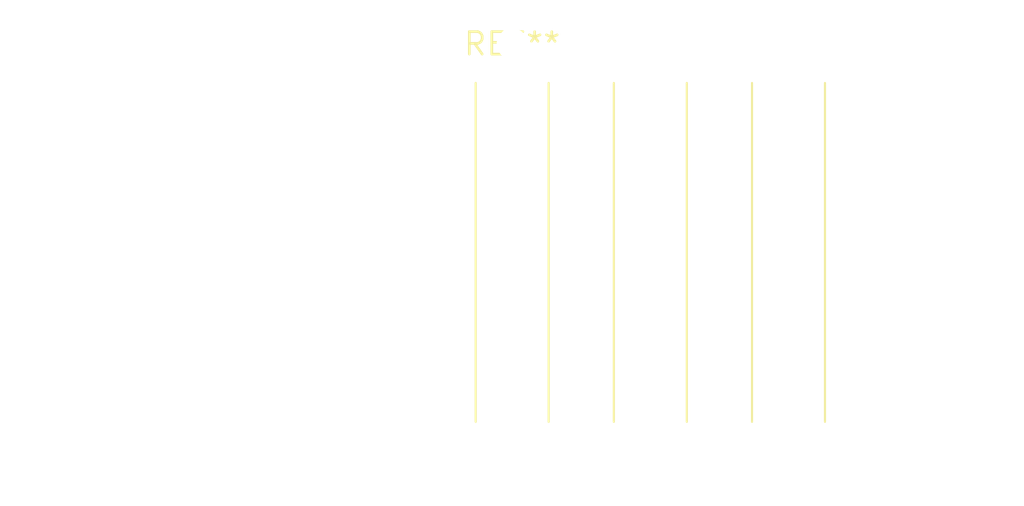
<source format=kicad_pcb>
(kicad_pcb (version 20240108) (generator pcbnew)
  (layers (0 "F.Cu" signal) (31 "B.Cu" signal) (34 "B.Paste" user) (35 "F.Paste" user) (36 "B.SilkS" user "B.Silkscreen") (37 "F.SilkS" user "F.Silkscreen") (38 "B.Mask" user) (39 "F.Mask" user) (44 "Edge.Cuts" user))
  (net 0 "")
  (footprint "SolderWire-1sqmm_1x03_P7.8mm_D1.4mm_OD3.9mm_Relief" (layer "F.Cu") (at 0 0)
    (property "Reference" "REF**")
    (property "Value" "SolderWire-1sqmm_1x03_P7.8mm_D1.4mm_OD3.9mm_Relief")
    (fp_line (start -2.06 2.21) (end -2.06 21.34) (layer "F.SilkS") (stroke (width 0.12)))
    (fp_line (start 2.06 2.21) (end 2.06 21.34) (layer "F.SilkS") (stroke (width 0.12)))
    (fp_line (start 5.74 2.21) (end 5.74 21.34) (layer "F.SilkS") (stroke (width 0.12)))
    (fp_line (start 9.86 2.21) (end 9.86 21.34) (layer "F.SilkS") (stroke (width 0.12)))
    (fp_line (start 13.54 2.21) (end 13.54 21.34) (layer "F.SilkS") (stroke (width 0.12)))
    (fp_line (start 17.66 2.21) (end 17.66 21.34) (layer "F.SilkS") (stroke (width 0.12)))
    (pad "" np_thru_hole circle (at 0 23.4) (size 4.4 4.4) (drill 4.4) (layers *.Cu *.Mask))
    (pad "" np_thru_hole circle (at 7.8 23.4) (size 4.4 4.4) (drill 4.4) (layers *.Cu *.Mask))
    (pad "" np_thru_hole circle (at 15.6 23.4) (size 4.4 4.4) (drill 4.4) (layers *.Cu *.Mask))
    (pad "1" thru_hole roundrect (at 0 0) (size 3.9 3.9) (drill 1.75) (layers *.Cu *.Mask) (remove_unused_layers) (roundrect_rratio 0.064103))
    (pad "2" thru_hole circle (at 7.8 0) (size 3.9 3.9) (drill 1.75) (layers *.Cu *.Mask) (remove_unused_layers))
    (pad "3" thru_hole circle (at 15.6 0) (size 3.9 3.9) (drill 1.75) (layers *.Cu *.Mask) (remove_unused_layers))
  )
)
</source>
